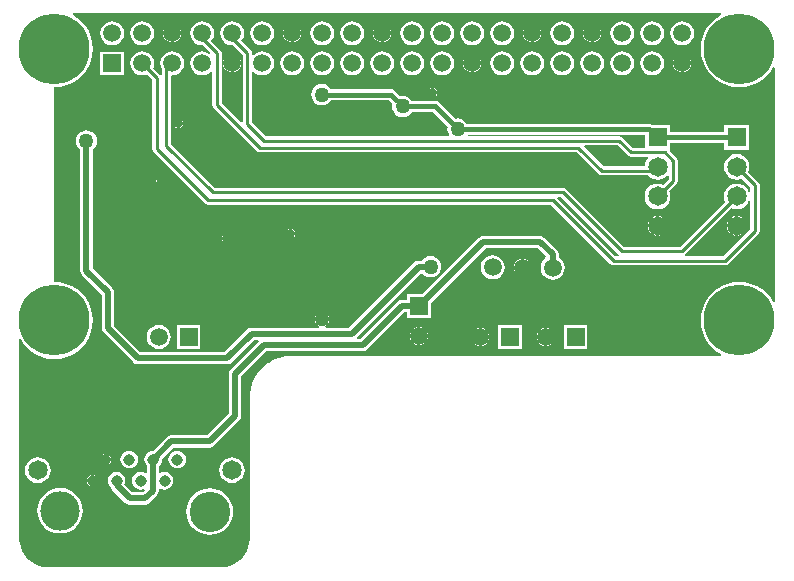
<source format=gbl>
G04*
G04 #@! TF.GenerationSoftware,Altium Limited,Altium Designer,18.1.9 (240)*
G04*
G04 Layer_Physical_Order=2*
G04 Layer_Color=16711680*
%FSAX25Y25*%
%MOIN*%
G70*
G01*
G75*
%ADD12C,0.01000*%
%ADD41C,0.02000*%
%ADD42C,0.01575*%
%ADD43R,0.05906X0.05906*%
%ADD44C,0.05906*%
%ADD45C,0.23622*%
%ADD46C,0.06496*%
%ADD47C,0.13110*%
%ADD48C,0.13504*%
%ADD49C,0.03819*%
%ADD50R,0.06496X0.06496*%
%ADD51C,0.05906*%
%ADD52C,0.05910*%
%ADD53R,0.05906X0.05906*%
%ADD54C,0.05000*%
%ADD55C,0.03150*%
G36*
X0630082Y0413824D02*
X0630223Y0413324D01*
X0628793Y0412448D01*
X0627260Y0411138D01*
X0625950Y0409605D01*
X0624896Y0407885D01*
X0624125Y0406022D01*
X0623654Y0404062D01*
X0623496Y0402051D01*
X0623654Y0400041D01*
X0624125Y0398080D01*
X0624896Y0396217D01*
X0625950Y0394498D01*
X0627260Y0392964D01*
X0628793Y0391655D01*
X0630512Y0390601D01*
X0632375Y0389829D01*
X0634336Y0389359D01*
X0636346Y0389201D01*
X0638357Y0389359D01*
X0640317Y0389829D01*
X0642180Y0390601D01*
X0643900Y0391655D01*
X0645433Y0392964D01*
X0646743Y0394498D01*
X0647619Y0395928D01*
X0648119Y0395786D01*
Y0317765D01*
X0647619Y0317624D01*
X0646743Y0319053D01*
X0645433Y0320587D01*
X0643900Y0321896D01*
X0642180Y0322950D01*
X0640317Y0323722D01*
X0638357Y0324192D01*
X0636346Y0324351D01*
X0634336Y0324192D01*
X0632375Y0323722D01*
X0630512Y0322950D01*
X0628793Y0321896D01*
X0627260Y0320587D01*
X0625950Y0319053D01*
X0624896Y0317334D01*
X0624125Y0315471D01*
X0623654Y0313510D01*
X0623496Y0311500D01*
X0623654Y0309490D01*
X0624125Y0307529D01*
X0624896Y0305666D01*
X0625950Y0303947D01*
X0627260Y0302413D01*
X0628793Y0301104D01*
X0630223Y0300227D01*
X0630082Y0299728D01*
X0487008Y0299728D01*
X0486996Y0299725D01*
X0486983Y0299727D01*
X0486211Y0299718D01*
X0486093Y0299693D01*
X0485973Y0299701D01*
X0484442Y0299499D01*
X0484316Y0299457D01*
X0484184Y0299448D01*
X0482692Y0299048D01*
X0482573Y0298990D01*
X0482443Y0298964D01*
X0481016Y0298372D01*
X0480906Y0298299D01*
X0480781Y0298256D01*
X0479443Y0297484D01*
X0479343Y0297396D01*
X0479224Y0297338D01*
X0477998Y0296397D01*
X0477911Y0296298D01*
X0477801Y0296224D01*
X0476709Y0295132D01*
X0476635Y0295022D01*
X0476536Y0294935D01*
X0475595Y0293709D01*
X0475536Y0293590D01*
X0475449Y0293491D01*
X0474677Y0292153D01*
X0474634Y0292027D01*
X0474561Y0291917D01*
X0473969Y0290490D01*
X0473944Y0290360D01*
X0473885Y0290241D01*
X0473485Y0288749D01*
X0473477Y0288617D01*
X0473434Y0288491D01*
X0473232Y0286960D01*
X0473239Y0286860D01*
X0473216Y0286763D01*
X0473191Y0285991D01*
X0473196Y0285958D01*
X0473190Y0285925D01*
Y0239075D01*
X0473190Y0238432D01*
X0473022Y0237158D01*
X0472689Y0235917D01*
X0472198Y0234729D01*
X0471555Y0233616D01*
X0470773Y0232597D01*
X0469864Y0231688D01*
X0468844Y0230906D01*
X0467731Y0230263D01*
X0466544Y0229771D01*
X0465303Y0229438D01*
X0464028Y0229271D01*
X0463386Y0229271D01*
X0405389D01*
X0404115Y0229438D01*
X0402873Y0229771D01*
X0401686Y0230263D01*
X0400573Y0230906D01*
X0399553Y0231688D01*
X0398645Y0232597D01*
X0397862Y0233616D01*
X0397220Y0234729D01*
X0396728Y0235917D01*
X0396395Y0237158D01*
X0396228Y0238432D01*
Y0239075D01*
Y0305235D01*
X0396727Y0305376D01*
X0397604Y0303947D01*
X0398913Y0302413D01*
X0400447Y0301104D01*
X0402166Y0300050D01*
X0404029Y0299278D01*
X0405990Y0298808D01*
X0408000Y0298649D01*
X0410010Y0298808D01*
X0411971Y0299278D01*
X0413834Y0300050D01*
X0415553Y0301104D01*
X0417087Y0302413D01*
X0418396Y0303947D01*
X0419450Y0305666D01*
X0420222Y0307529D01*
X0420692Y0309490D01*
X0420851Y0311500D01*
X0420692Y0313510D01*
X0420222Y0315471D01*
X0419450Y0317334D01*
X0418396Y0319053D01*
X0417087Y0320587D01*
X0415553Y0321896D01*
X0413834Y0322950D01*
X0411971Y0323722D01*
X0410010Y0324192D01*
X0408000Y0324351D01*
Y0389201D01*
X0410010Y0389359D01*
X0411971Y0389829D01*
X0413834Y0390601D01*
X0415553Y0391655D01*
X0417087Y0392964D01*
X0418396Y0394498D01*
X0419450Y0396217D01*
X0420222Y0398080D01*
X0420692Y0400041D01*
X0420851Y0402051D01*
X0420692Y0404062D01*
X0420222Y0406022D01*
X0419450Y0407885D01*
X0418396Y0409605D01*
X0417087Y0411138D01*
X0415553Y0412448D01*
X0414124Y0413324D01*
X0414265Y0413824D01*
X0630082Y0413824D01*
D02*
G37*
%LPC*%
G36*
X0587764Y0410097D02*
Y0407685D01*
X0590176D01*
X0590140Y0407956D01*
X0589843Y0408674D01*
X0589370Y0409291D01*
X0588753Y0409764D01*
X0588035Y0410062D01*
X0587764Y0410097D01*
D02*
G37*
G36*
X0586764D02*
X0586493Y0410062D01*
X0585775Y0409764D01*
X0585158Y0409291D01*
X0584685Y0408674D01*
X0584387Y0407956D01*
X0584351Y0407685D01*
X0586764D01*
Y0410097D01*
D02*
G37*
G36*
X0567764D02*
Y0407685D01*
X0570176D01*
X0570141Y0407956D01*
X0569843Y0408674D01*
X0569370Y0409291D01*
X0568753Y0409764D01*
X0568035Y0410062D01*
X0567764Y0410097D01*
D02*
G37*
G36*
X0566764D02*
X0566493Y0410062D01*
X0565775Y0409764D01*
X0565158Y0409291D01*
X0564685Y0408674D01*
X0564387Y0407956D01*
X0564351Y0407685D01*
X0566764D01*
Y0410097D01*
D02*
G37*
G36*
X0517764D02*
Y0407685D01*
X0520176D01*
X0520141Y0407956D01*
X0519843Y0408674D01*
X0519370Y0409291D01*
X0518753Y0409764D01*
X0518035Y0410062D01*
X0517764Y0410097D01*
D02*
G37*
G36*
X0516764D02*
X0516493Y0410062D01*
X0515775Y0409764D01*
X0515158Y0409291D01*
X0514685Y0408674D01*
X0514387Y0407956D01*
X0514351Y0407685D01*
X0516764D01*
Y0410097D01*
D02*
G37*
G36*
X0487764D02*
Y0407685D01*
X0490176D01*
X0490140Y0407956D01*
X0489843Y0408674D01*
X0489370Y0409291D01*
X0488753Y0409764D01*
X0488035Y0410062D01*
X0487764Y0410097D01*
D02*
G37*
G36*
X0486764D02*
X0486493Y0410062D01*
X0485775Y0409764D01*
X0485158Y0409291D01*
X0484685Y0408674D01*
X0484387Y0407956D01*
X0484351Y0407685D01*
X0486764D01*
Y0410097D01*
D02*
G37*
G36*
X0447764D02*
Y0407685D01*
X0450176D01*
X0450140Y0407956D01*
X0449843Y0408674D01*
X0449370Y0409291D01*
X0448753Y0409764D01*
X0448035Y0410062D01*
X0447764Y0410097D01*
D02*
G37*
G36*
X0446764D02*
X0446493Y0410062D01*
X0445775Y0409764D01*
X0445158Y0409291D01*
X0444685Y0408674D01*
X0444387Y0407956D01*
X0444351Y0407685D01*
X0446764D01*
Y0410097D01*
D02*
G37*
G36*
X0590176Y0406685D02*
X0587764D01*
Y0404273D01*
X0588035Y0404308D01*
X0588753Y0404606D01*
X0589370Y0405079D01*
X0589843Y0405696D01*
X0590140Y0406414D01*
X0590176Y0406685D01*
D02*
G37*
G36*
X0586764D02*
X0584351D01*
X0584387Y0406414D01*
X0584685Y0405696D01*
X0585158Y0405079D01*
X0585775Y0404606D01*
X0586493Y0404308D01*
X0586764Y0404273D01*
Y0406685D01*
D02*
G37*
G36*
X0570176D02*
X0567764D01*
Y0404273D01*
X0568035Y0404308D01*
X0568753Y0404606D01*
X0569370Y0405079D01*
X0569843Y0405696D01*
X0570141Y0406414D01*
X0570176Y0406685D01*
D02*
G37*
G36*
X0566764D02*
X0564351D01*
X0564387Y0406414D01*
X0564685Y0405696D01*
X0565158Y0405079D01*
X0565775Y0404606D01*
X0566493Y0404308D01*
X0566764Y0404273D01*
Y0406685D01*
D02*
G37*
G36*
X0520176D02*
X0517764D01*
Y0404273D01*
X0518035Y0404308D01*
X0518753Y0404606D01*
X0519370Y0405079D01*
X0519843Y0405696D01*
X0520141Y0406414D01*
X0520176Y0406685D01*
D02*
G37*
G36*
X0516764D02*
X0514351D01*
X0514387Y0406414D01*
X0514685Y0405696D01*
X0515158Y0405079D01*
X0515775Y0404606D01*
X0516493Y0404308D01*
X0516764Y0404273D01*
Y0406685D01*
D02*
G37*
G36*
X0490176D02*
X0487764D01*
Y0404273D01*
X0488035Y0404308D01*
X0488753Y0404606D01*
X0489370Y0405079D01*
X0489843Y0405696D01*
X0490140Y0406414D01*
X0490176Y0406685D01*
D02*
G37*
G36*
X0486764D02*
X0484351D01*
X0484387Y0406414D01*
X0484685Y0405696D01*
X0485158Y0405079D01*
X0485775Y0404606D01*
X0486493Y0404308D01*
X0486764Y0404273D01*
Y0406685D01*
D02*
G37*
G36*
X0450176D02*
X0447764D01*
Y0404273D01*
X0448035Y0404308D01*
X0448753Y0404606D01*
X0449370Y0405079D01*
X0449843Y0405696D01*
X0450140Y0406414D01*
X0450176Y0406685D01*
D02*
G37*
G36*
X0446764D02*
X0444351D01*
X0444387Y0406414D01*
X0444685Y0405696D01*
X0445158Y0405079D01*
X0445775Y0404606D01*
X0446493Y0404308D01*
X0446764Y0404273D01*
Y0406685D01*
D02*
G37*
G36*
X0617264Y0411172D02*
X0616232Y0411036D01*
X0615270Y0410638D01*
X0614445Y0410004D01*
X0613811Y0409178D01*
X0613413Y0408217D01*
X0613277Y0407185D01*
X0613413Y0406153D01*
X0613811Y0405192D01*
X0614445Y0404366D01*
X0615270Y0403732D01*
X0616232Y0403334D01*
X0617264Y0403198D01*
X0618296Y0403334D01*
X0619257Y0403732D01*
X0620083Y0404366D01*
X0620716Y0405192D01*
X0621115Y0406153D01*
X0621251Y0407185D01*
X0621115Y0408217D01*
X0620716Y0409178D01*
X0620083Y0410004D01*
X0619257Y0410638D01*
X0618296Y0411036D01*
X0617264Y0411172D01*
D02*
G37*
G36*
X0607264D02*
X0606232Y0411036D01*
X0605270Y0410638D01*
X0604445Y0410004D01*
X0603811Y0409178D01*
X0603413Y0408217D01*
X0603277Y0407185D01*
X0603413Y0406153D01*
X0603811Y0405192D01*
X0604445Y0404366D01*
X0605270Y0403732D01*
X0606232Y0403334D01*
X0607264Y0403198D01*
X0608296Y0403334D01*
X0609257Y0403732D01*
X0610083Y0404366D01*
X0610716Y0405192D01*
X0611115Y0406153D01*
X0611251Y0407185D01*
X0611115Y0408217D01*
X0610716Y0409178D01*
X0610083Y0410004D01*
X0609257Y0410638D01*
X0608296Y0411036D01*
X0607264Y0411172D01*
D02*
G37*
G36*
X0597264D02*
X0596232Y0411036D01*
X0595270Y0410638D01*
X0594445Y0410004D01*
X0593811Y0409178D01*
X0593413Y0408217D01*
X0593277Y0407185D01*
X0593413Y0406153D01*
X0593811Y0405192D01*
X0594445Y0404366D01*
X0595270Y0403732D01*
X0596232Y0403334D01*
X0597264Y0403198D01*
X0598296Y0403334D01*
X0599257Y0403732D01*
X0600083Y0404366D01*
X0600716Y0405192D01*
X0601115Y0406153D01*
X0601251Y0407185D01*
X0601115Y0408217D01*
X0600716Y0409178D01*
X0600083Y0410004D01*
X0599257Y0410638D01*
X0598296Y0411036D01*
X0597264Y0411172D01*
D02*
G37*
G36*
X0577264D02*
X0576232Y0411036D01*
X0575270Y0410638D01*
X0574445Y0410004D01*
X0573811Y0409178D01*
X0573413Y0408217D01*
X0573277Y0407185D01*
X0573413Y0406153D01*
X0573811Y0405192D01*
X0574445Y0404366D01*
X0575270Y0403732D01*
X0576232Y0403334D01*
X0577264Y0403198D01*
X0578296Y0403334D01*
X0579257Y0403732D01*
X0580083Y0404366D01*
X0580717Y0405192D01*
X0581115Y0406153D01*
X0581251Y0407185D01*
X0581115Y0408217D01*
X0580717Y0409178D01*
X0580083Y0410004D01*
X0579257Y0410638D01*
X0578296Y0411036D01*
X0577264Y0411172D01*
D02*
G37*
G36*
X0557264D02*
X0556232Y0411036D01*
X0555270Y0410638D01*
X0554445Y0410004D01*
X0553811Y0409178D01*
X0553413Y0408217D01*
X0553277Y0407185D01*
X0553413Y0406153D01*
X0553811Y0405192D01*
X0554445Y0404366D01*
X0555270Y0403732D01*
X0556232Y0403334D01*
X0557264Y0403198D01*
X0558296Y0403334D01*
X0559257Y0403732D01*
X0560083Y0404366D01*
X0560716Y0405192D01*
X0561115Y0406153D01*
X0561251Y0407185D01*
X0561115Y0408217D01*
X0560716Y0409178D01*
X0560083Y0410004D01*
X0559257Y0410638D01*
X0558296Y0411036D01*
X0557264Y0411172D01*
D02*
G37*
G36*
X0547264D02*
X0546232Y0411036D01*
X0545270Y0410638D01*
X0544445Y0410004D01*
X0543811Y0409178D01*
X0543413Y0408217D01*
X0543277Y0407185D01*
X0543413Y0406153D01*
X0543811Y0405192D01*
X0544445Y0404366D01*
X0545270Y0403732D01*
X0546232Y0403334D01*
X0547264Y0403198D01*
X0548296Y0403334D01*
X0549257Y0403732D01*
X0550083Y0404366D01*
X0550716Y0405192D01*
X0551115Y0406153D01*
X0551251Y0407185D01*
X0551115Y0408217D01*
X0550716Y0409178D01*
X0550083Y0410004D01*
X0549257Y0410638D01*
X0548296Y0411036D01*
X0547264Y0411172D01*
D02*
G37*
G36*
X0537264D02*
X0536232Y0411036D01*
X0535270Y0410638D01*
X0534445Y0410004D01*
X0533811Y0409178D01*
X0533413Y0408217D01*
X0533277Y0407185D01*
X0533413Y0406153D01*
X0533811Y0405192D01*
X0534445Y0404366D01*
X0535270Y0403732D01*
X0536232Y0403334D01*
X0537264Y0403198D01*
X0538296Y0403334D01*
X0539257Y0403732D01*
X0540083Y0404366D01*
X0540717Y0405192D01*
X0541115Y0406153D01*
X0541251Y0407185D01*
X0541115Y0408217D01*
X0540717Y0409178D01*
X0540083Y0410004D01*
X0539257Y0410638D01*
X0538296Y0411036D01*
X0537264Y0411172D01*
D02*
G37*
G36*
X0527264D02*
X0526232Y0411036D01*
X0525270Y0410638D01*
X0524445Y0410004D01*
X0523811Y0409178D01*
X0523413Y0408217D01*
X0523277Y0407185D01*
X0523413Y0406153D01*
X0523811Y0405192D01*
X0524445Y0404366D01*
X0525270Y0403732D01*
X0526232Y0403334D01*
X0527264Y0403198D01*
X0528296Y0403334D01*
X0529257Y0403732D01*
X0530083Y0404366D01*
X0530717Y0405192D01*
X0531115Y0406153D01*
X0531251Y0407185D01*
X0531115Y0408217D01*
X0530717Y0409178D01*
X0530083Y0410004D01*
X0529257Y0410638D01*
X0528296Y0411036D01*
X0527264Y0411172D01*
D02*
G37*
G36*
X0507264D02*
X0506232Y0411036D01*
X0505270Y0410638D01*
X0504445Y0410004D01*
X0503811Y0409178D01*
X0503413Y0408217D01*
X0503277Y0407185D01*
X0503413Y0406153D01*
X0503811Y0405192D01*
X0504445Y0404366D01*
X0505270Y0403732D01*
X0506232Y0403334D01*
X0507264Y0403198D01*
X0508296Y0403334D01*
X0509257Y0403732D01*
X0510083Y0404366D01*
X0510716Y0405192D01*
X0511115Y0406153D01*
X0511251Y0407185D01*
X0511115Y0408217D01*
X0510716Y0409178D01*
X0510083Y0410004D01*
X0509257Y0410638D01*
X0508296Y0411036D01*
X0507264Y0411172D01*
D02*
G37*
G36*
X0497264D02*
X0496232Y0411036D01*
X0495270Y0410638D01*
X0494445Y0410004D01*
X0493811Y0409178D01*
X0493413Y0408217D01*
X0493277Y0407185D01*
X0493413Y0406153D01*
X0493811Y0405192D01*
X0494445Y0404366D01*
X0495270Y0403732D01*
X0496232Y0403334D01*
X0497264Y0403198D01*
X0498296Y0403334D01*
X0499257Y0403732D01*
X0500083Y0404366D01*
X0500716Y0405192D01*
X0501115Y0406153D01*
X0501251Y0407185D01*
X0501115Y0408217D01*
X0500716Y0409178D01*
X0500083Y0410004D01*
X0499257Y0410638D01*
X0498296Y0411036D01*
X0497264Y0411172D01*
D02*
G37*
G36*
X0477264D02*
X0476232Y0411036D01*
X0475270Y0410638D01*
X0474445Y0410004D01*
X0473811Y0409178D01*
X0473413Y0408217D01*
X0473277Y0407185D01*
X0473413Y0406153D01*
X0473811Y0405192D01*
X0474445Y0404366D01*
X0475270Y0403732D01*
X0476232Y0403334D01*
X0477264Y0403198D01*
X0478296Y0403334D01*
X0479257Y0403732D01*
X0480083Y0404366D01*
X0480717Y0405192D01*
X0481115Y0406153D01*
X0481251Y0407185D01*
X0481115Y0408217D01*
X0480717Y0409178D01*
X0480083Y0410004D01*
X0479257Y0410638D01*
X0478296Y0411036D01*
X0477264Y0411172D01*
D02*
G37*
G36*
X0437264D02*
X0436232Y0411036D01*
X0435270Y0410638D01*
X0434445Y0410004D01*
X0433811Y0409178D01*
X0433413Y0408217D01*
X0433277Y0407185D01*
X0433413Y0406153D01*
X0433811Y0405192D01*
X0434445Y0404366D01*
X0435270Y0403732D01*
X0436232Y0403334D01*
X0437264Y0403198D01*
X0438296Y0403334D01*
X0439257Y0403732D01*
X0440083Y0404366D01*
X0440717Y0405192D01*
X0441115Y0406153D01*
X0441251Y0407185D01*
X0441115Y0408217D01*
X0440717Y0409178D01*
X0440083Y0410004D01*
X0439257Y0410638D01*
X0438296Y0411036D01*
X0437264Y0411172D01*
D02*
G37*
G36*
X0427264D02*
X0426232Y0411036D01*
X0425270Y0410638D01*
X0424445Y0410004D01*
X0423811Y0409178D01*
X0423413Y0408217D01*
X0423277Y0407185D01*
X0423413Y0406153D01*
X0423811Y0405192D01*
X0424445Y0404366D01*
X0425270Y0403732D01*
X0426232Y0403334D01*
X0427264Y0403198D01*
X0428296Y0403334D01*
X0429257Y0403732D01*
X0430083Y0404366D01*
X0430717Y0405192D01*
X0431115Y0406153D01*
X0431251Y0407185D01*
X0431115Y0408217D01*
X0430717Y0409178D01*
X0430083Y0410004D01*
X0429257Y0410638D01*
X0428296Y0411036D01*
X0427264Y0411172D01*
D02*
G37*
G36*
X0617764Y0400097D02*
Y0397685D01*
X0620176D01*
X0620141Y0397956D01*
X0619843Y0398674D01*
X0619370Y0399291D01*
X0618753Y0399764D01*
X0618035Y0400062D01*
X0617764Y0400097D01*
D02*
G37*
G36*
X0616764D02*
X0616493Y0400062D01*
X0615775Y0399764D01*
X0615158Y0399291D01*
X0614685Y0398674D01*
X0614387Y0397956D01*
X0614351Y0397685D01*
X0616764D01*
Y0400097D01*
D02*
G37*
G36*
X0547764D02*
Y0397685D01*
X0550176D01*
X0550140Y0397956D01*
X0549843Y0398674D01*
X0549370Y0399291D01*
X0548753Y0399764D01*
X0548035Y0400062D01*
X0547764Y0400097D01*
D02*
G37*
G36*
X0546764D02*
X0546493Y0400062D01*
X0545775Y0399764D01*
X0545158Y0399291D01*
X0544685Y0398674D01*
X0544387Y0397956D01*
X0544351Y0397685D01*
X0546764D01*
Y0400097D01*
D02*
G37*
G36*
X0467764D02*
Y0397685D01*
X0470176D01*
X0470141Y0397956D01*
X0469843Y0398674D01*
X0469370Y0399291D01*
X0468753Y0399764D01*
X0468035Y0400062D01*
X0467764Y0400097D01*
D02*
G37*
G36*
X0466764D02*
X0466493Y0400062D01*
X0465775Y0399764D01*
X0465158Y0399291D01*
X0464685Y0398674D01*
X0464387Y0397956D01*
X0464351Y0397685D01*
X0466764D01*
Y0400097D01*
D02*
G37*
G36*
X0620176Y0396685D02*
X0617764D01*
Y0394273D01*
X0618035Y0394308D01*
X0618753Y0394606D01*
X0619370Y0395079D01*
X0619843Y0395696D01*
X0620141Y0396414D01*
X0620176Y0396685D01*
D02*
G37*
G36*
X0616764D02*
X0614351D01*
X0614387Y0396414D01*
X0614685Y0395696D01*
X0615158Y0395079D01*
X0615775Y0394606D01*
X0616493Y0394308D01*
X0616764Y0394273D01*
Y0396685D01*
D02*
G37*
G36*
X0550176D02*
X0547764D01*
Y0394273D01*
X0548035Y0394308D01*
X0548753Y0394606D01*
X0549370Y0395079D01*
X0549843Y0395696D01*
X0550140Y0396414D01*
X0550176Y0396685D01*
D02*
G37*
G36*
X0546764D02*
X0544351D01*
X0544387Y0396414D01*
X0544685Y0395696D01*
X0545158Y0395079D01*
X0545775Y0394606D01*
X0546493Y0394308D01*
X0546764Y0394273D01*
Y0396685D01*
D02*
G37*
G36*
X0470176D02*
X0467764D01*
Y0394273D01*
X0468035Y0394308D01*
X0468753Y0394606D01*
X0469370Y0395079D01*
X0469843Y0395696D01*
X0470141Y0396414D01*
X0470176Y0396685D01*
D02*
G37*
G36*
X0466764D02*
X0464351D01*
X0464387Y0396414D01*
X0464685Y0395696D01*
X0465158Y0395079D01*
X0465775Y0394606D01*
X0466493Y0394308D01*
X0466764Y0394273D01*
Y0396685D01*
D02*
G37*
G36*
X0447264Y0401172D02*
X0446232Y0401036D01*
X0445270Y0400638D01*
X0444445Y0400004D01*
X0443811Y0399179D01*
X0443413Y0398217D01*
X0443277Y0397185D01*
X0443413Y0396153D01*
X0443811Y0395192D01*
X0443845Y0395148D01*
Y0393402D01*
X0443345Y0393251D01*
X0443312Y0393300D01*
X0440923Y0395689D01*
X0441115Y0396153D01*
X0441251Y0397185D01*
X0441115Y0398217D01*
X0440717Y0399179D01*
X0440083Y0400004D01*
X0439257Y0400638D01*
X0438296Y0401036D01*
X0437264Y0401172D01*
X0436232Y0401036D01*
X0435270Y0400638D01*
X0434445Y0400004D01*
X0433811Y0399179D01*
X0433413Y0398217D01*
X0433277Y0397185D01*
X0433413Y0396153D01*
X0433811Y0395192D01*
X0434445Y0394366D01*
X0435270Y0393732D01*
X0436232Y0393334D01*
X0437264Y0393198D01*
X0438296Y0393334D01*
X0438760Y0393526D01*
X0440701Y0391585D01*
Y0368597D01*
X0440817Y0368011D01*
X0441149Y0367515D01*
X0458072Y0350592D01*
X0458568Y0350260D01*
X0459154Y0350144D01*
X0573481D01*
X0593308Y0330316D01*
X0593805Y0329985D01*
X0594390Y0329868D01*
X0631595D01*
X0632180Y0329985D01*
X0632676Y0330316D01*
X0642617Y0340257D01*
X0642948Y0340753D01*
X0643065Y0341339D01*
Y0356594D01*
X0642948Y0357180D01*
X0642617Y0357676D01*
X0639318Y0360975D01*
X0639572Y0361588D01*
X0639718Y0362697D01*
X0639572Y0363806D01*
X0639144Y0364839D01*
X0638463Y0365727D01*
X0637575Y0366407D01*
X0636542Y0366835D01*
X0635433Y0366982D01*
X0634324Y0366835D01*
X0633291Y0366407D01*
X0632403Y0365727D01*
X0631722Y0364839D01*
X0631294Y0363806D01*
X0631148Y0362697D01*
X0631294Y0361588D01*
X0631722Y0360555D01*
X0632403Y0359667D01*
X0633291Y0358986D01*
X0634324Y0358558D01*
X0635433Y0358412D01*
X0636542Y0358558D01*
X0637155Y0358812D01*
X0640006Y0355961D01*
Y0354221D01*
X0639506Y0354122D01*
X0639144Y0354997D01*
X0638463Y0355884D01*
X0637575Y0356565D01*
X0636542Y0356993D01*
X0635433Y0357139D01*
X0634324Y0356993D01*
X0633291Y0356565D01*
X0632403Y0355884D01*
X0631722Y0354997D01*
X0631294Y0353963D01*
X0631148Y0352854D01*
X0631294Y0351745D01*
X0631548Y0351132D01*
X0616493Y0336077D01*
X0597897D01*
X0578605Y0355369D01*
X0578109Y0355700D01*
X0577524Y0355817D01*
X0461417D01*
X0446903Y0370330D01*
Y0392882D01*
X0447264Y0393198D01*
X0448296Y0393334D01*
X0449257Y0393732D01*
X0450083Y0394366D01*
X0450716Y0395192D01*
X0451115Y0396153D01*
X0451251Y0397185D01*
X0451115Y0398217D01*
X0450716Y0399179D01*
X0450083Y0400004D01*
X0449257Y0400638D01*
X0448296Y0401036D01*
X0447264Y0401172D01*
D02*
G37*
G36*
X0431216Y0401138D02*
X0423311D01*
Y0393232D01*
X0431216D01*
Y0401138D01*
D02*
G37*
G36*
X0607264Y0401172D02*
X0606232Y0401036D01*
X0605270Y0400638D01*
X0604445Y0400004D01*
X0603811Y0399179D01*
X0603413Y0398217D01*
X0603277Y0397185D01*
X0603413Y0396153D01*
X0603811Y0395192D01*
X0604445Y0394366D01*
X0605270Y0393732D01*
X0606232Y0393334D01*
X0607264Y0393198D01*
X0608296Y0393334D01*
X0609257Y0393732D01*
X0610083Y0394366D01*
X0610716Y0395192D01*
X0611115Y0396153D01*
X0611251Y0397185D01*
X0611115Y0398217D01*
X0610716Y0399179D01*
X0610083Y0400004D01*
X0609257Y0400638D01*
X0608296Y0401036D01*
X0607264Y0401172D01*
D02*
G37*
G36*
X0597264D02*
X0596232Y0401036D01*
X0595270Y0400638D01*
X0594445Y0400004D01*
X0593811Y0399179D01*
X0593413Y0398217D01*
X0593277Y0397185D01*
X0593413Y0396153D01*
X0593811Y0395192D01*
X0594445Y0394366D01*
X0595270Y0393732D01*
X0596232Y0393334D01*
X0597264Y0393198D01*
X0598296Y0393334D01*
X0599257Y0393732D01*
X0600083Y0394366D01*
X0600716Y0395192D01*
X0601115Y0396153D01*
X0601251Y0397185D01*
X0601115Y0398217D01*
X0600716Y0399179D01*
X0600083Y0400004D01*
X0599257Y0400638D01*
X0598296Y0401036D01*
X0597264Y0401172D01*
D02*
G37*
G36*
X0587264D02*
X0586232Y0401036D01*
X0585270Y0400638D01*
X0584445Y0400004D01*
X0583811Y0399179D01*
X0583413Y0398217D01*
X0583277Y0397185D01*
X0583413Y0396153D01*
X0583811Y0395192D01*
X0584445Y0394366D01*
X0585270Y0393732D01*
X0586232Y0393334D01*
X0587264Y0393198D01*
X0588296Y0393334D01*
X0589257Y0393732D01*
X0590083Y0394366D01*
X0590717Y0395192D01*
X0591115Y0396153D01*
X0591251Y0397185D01*
X0591115Y0398217D01*
X0590717Y0399179D01*
X0590083Y0400004D01*
X0589257Y0400638D01*
X0588296Y0401036D01*
X0587264Y0401172D01*
D02*
G37*
G36*
X0577264D02*
X0576232Y0401036D01*
X0575270Y0400638D01*
X0574445Y0400004D01*
X0573811Y0399179D01*
X0573413Y0398217D01*
X0573277Y0397185D01*
X0573413Y0396153D01*
X0573811Y0395192D01*
X0574445Y0394366D01*
X0575270Y0393732D01*
X0576232Y0393334D01*
X0577264Y0393198D01*
X0578296Y0393334D01*
X0579257Y0393732D01*
X0580083Y0394366D01*
X0580717Y0395192D01*
X0581115Y0396153D01*
X0581251Y0397185D01*
X0581115Y0398217D01*
X0580717Y0399179D01*
X0580083Y0400004D01*
X0579257Y0400638D01*
X0578296Y0401036D01*
X0577264Y0401172D01*
D02*
G37*
G36*
X0567264D02*
X0566232Y0401036D01*
X0565270Y0400638D01*
X0564445Y0400004D01*
X0563811Y0399179D01*
X0563413Y0398217D01*
X0563277Y0397185D01*
X0563413Y0396153D01*
X0563811Y0395192D01*
X0564445Y0394366D01*
X0565270Y0393732D01*
X0566232Y0393334D01*
X0567264Y0393198D01*
X0568296Y0393334D01*
X0569257Y0393732D01*
X0570083Y0394366D01*
X0570716Y0395192D01*
X0571115Y0396153D01*
X0571251Y0397185D01*
X0571115Y0398217D01*
X0570716Y0399179D01*
X0570083Y0400004D01*
X0569257Y0400638D01*
X0568296Y0401036D01*
X0567264Y0401172D01*
D02*
G37*
G36*
X0557264D02*
X0556232Y0401036D01*
X0555270Y0400638D01*
X0554445Y0400004D01*
X0553811Y0399179D01*
X0553413Y0398217D01*
X0553277Y0397185D01*
X0553413Y0396153D01*
X0553811Y0395192D01*
X0554445Y0394366D01*
X0555270Y0393732D01*
X0556232Y0393334D01*
X0557264Y0393198D01*
X0558296Y0393334D01*
X0559257Y0393732D01*
X0560083Y0394366D01*
X0560716Y0395192D01*
X0561115Y0396153D01*
X0561251Y0397185D01*
X0561115Y0398217D01*
X0560716Y0399179D01*
X0560083Y0400004D01*
X0559257Y0400638D01*
X0558296Y0401036D01*
X0557264Y0401172D01*
D02*
G37*
G36*
X0537264D02*
X0536232Y0401036D01*
X0535270Y0400638D01*
X0534445Y0400004D01*
X0533811Y0399179D01*
X0533413Y0398217D01*
X0533277Y0397185D01*
X0533413Y0396153D01*
X0533811Y0395192D01*
X0534445Y0394366D01*
X0535270Y0393732D01*
X0536232Y0393334D01*
X0537264Y0393198D01*
X0538296Y0393334D01*
X0539257Y0393732D01*
X0540083Y0394366D01*
X0540717Y0395192D01*
X0541115Y0396153D01*
X0541251Y0397185D01*
X0541115Y0398217D01*
X0540717Y0399179D01*
X0540083Y0400004D01*
X0539257Y0400638D01*
X0538296Y0401036D01*
X0537264Y0401172D01*
D02*
G37*
G36*
X0527264D02*
X0526232Y0401036D01*
X0525270Y0400638D01*
X0524445Y0400004D01*
X0523811Y0399179D01*
X0523413Y0398217D01*
X0523277Y0397185D01*
X0523413Y0396153D01*
X0523811Y0395192D01*
X0524445Y0394366D01*
X0525270Y0393732D01*
X0526232Y0393334D01*
X0527264Y0393198D01*
X0528296Y0393334D01*
X0529257Y0393732D01*
X0530083Y0394366D01*
X0530717Y0395192D01*
X0531115Y0396153D01*
X0531251Y0397185D01*
X0531115Y0398217D01*
X0530717Y0399179D01*
X0530083Y0400004D01*
X0529257Y0400638D01*
X0528296Y0401036D01*
X0527264Y0401172D01*
D02*
G37*
G36*
X0517264D02*
X0516232Y0401036D01*
X0515270Y0400638D01*
X0514445Y0400004D01*
X0513811Y0399179D01*
X0513413Y0398217D01*
X0513277Y0397185D01*
X0513413Y0396153D01*
X0513811Y0395192D01*
X0514445Y0394366D01*
X0515270Y0393732D01*
X0516232Y0393334D01*
X0517264Y0393198D01*
X0518296Y0393334D01*
X0519257Y0393732D01*
X0520083Y0394366D01*
X0520716Y0395192D01*
X0521115Y0396153D01*
X0521251Y0397185D01*
X0521115Y0398217D01*
X0520716Y0399179D01*
X0520083Y0400004D01*
X0519257Y0400638D01*
X0518296Y0401036D01*
X0517264Y0401172D01*
D02*
G37*
G36*
X0507264D02*
X0506232Y0401036D01*
X0505270Y0400638D01*
X0504445Y0400004D01*
X0503811Y0399179D01*
X0503413Y0398217D01*
X0503277Y0397185D01*
X0503413Y0396153D01*
X0503811Y0395192D01*
X0504445Y0394366D01*
X0505270Y0393732D01*
X0506232Y0393334D01*
X0507264Y0393198D01*
X0508296Y0393334D01*
X0509257Y0393732D01*
X0510083Y0394366D01*
X0510716Y0395192D01*
X0511115Y0396153D01*
X0511251Y0397185D01*
X0511115Y0398217D01*
X0510716Y0399179D01*
X0510083Y0400004D01*
X0509257Y0400638D01*
X0508296Y0401036D01*
X0507264Y0401172D01*
D02*
G37*
G36*
X0497264D02*
X0496232Y0401036D01*
X0495270Y0400638D01*
X0494445Y0400004D01*
X0493811Y0399179D01*
X0493413Y0398217D01*
X0493277Y0397185D01*
X0493413Y0396153D01*
X0493811Y0395192D01*
X0494445Y0394366D01*
X0495270Y0393732D01*
X0496232Y0393334D01*
X0497264Y0393198D01*
X0498296Y0393334D01*
X0499257Y0393732D01*
X0500083Y0394366D01*
X0500716Y0395192D01*
X0501115Y0396153D01*
X0501251Y0397185D01*
X0501115Y0398217D01*
X0500716Y0399179D01*
X0500083Y0400004D01*
X0499257Y0400638D01*
X0498296Y0401036D01*
X0497264Y0401172D01*
D02*
G37*
G36*
X0487264D02*
X0486232Y0401036D01*
X0485270Y0400638D01*
X0484445Y0400004D01*
X0483811Y0399179D01*
X0483413Y0398217D01*
X0483277Y0397185D01*
X0483413Y0396153D01*
X0483811Y0395192D01*
X0484445Y0394366D01*
X0485270Y0393732D01*
X0486232Y0393334D01*
X0487264Y0393198D01*
X0488296Y0393334D01*
X0489257Y0393732D01*
X0490083Y0394366D01*
X0490717Y0395192D01*
X0491115Y0396153D01*
X0491251Y0397185D01*
X0491115Y0398217D01*
X0490717Y0399179D01*
X0490083Y0400004D01*
X0489257Y0400638D01*
X0488296Y0401036D01*
X0487264Y0401172D01*
D02*
G37*
G36*
X0534457Y0388908D02*
Y0387902D01*
X0535463D01*
X0535440Y0388016D01*
X0535092Y0388537D01*
X0534571Y0388885D01*
X0534457Y0388908D01*
D02*
G37*
G36*
X0533457D02*
X0533342Y0388885D01*
X0532821Y0388537D01*
X0532473Y0388016D01*
X0532450Y0387902D01*
X0533457D01*
Y0388908D01*
D02*
G37*
G36*
X0535463Y0386902D02*
X0534457D01*
Y0385895D01*
X0534571Y0385918D01*
X0535092Y0386266D01*
X0535440Y0386787D01*
X0535463Y0386902D01*
D02*
G37*
G36*
X0533457D02*
X0532450D01*
X0532473Y0386787D01*
X0532821Y0386266D01*
X0533342Y0385918D01*
X0533457Y0385895D01*
Y0386902D01*
D02*
G37*
G36*
X0449811Y0378672D02*
Y0377665D01*
X0450817D01*
X0450794Y0377780D01*
X0450446Y0378301D01*
X0449926Y0378649D01*
X0449811Y0378672D01*
D02*
G37*
G36*
X0448811D02*
X0448697Y0378649D01*
X0448176Y0378301D01*
X0447828Y0377780D01*
X0447805Y0377665D01*
X0448811D01*
Y0378672D01*
D02*
G37*
G36*
X0467264Y0411172D02*
X0466232Y0411036D01*
X0465270Y0410638D01*
X0464445Y0410004D01*
X0463811Y0409178D01*
X0463413Y0408217D01*
X0463277Y0407185D01*
X0463413Y0406153D01*
X0463811Y0405192D01*
X0464445Y0404366D01*
X0465270Y0403732D01*
X0466232Y0403334D01*
X0467264Y0403198D01*
X0467536Y0403234D01*
X0470813Y0399957D01*
Y0377574D01*
X0470351Y0377383D01*
X0463734Y0384000D01*
Y0400630D01*
X0463618Y0401215D01*
X0463286Y0401711D01*
X0460321Y0404676D01*
X0460716Y0405192D01*
X0461115Y0406153D01*
X0461251Y0407185D01*
X0461115Y0408217D01*
X0460716Y0409178D01*
X0460083Y0410004D01*
X0459257Y0410638D01*
X0458296Y0411036D01*
X0457264Y0411172D01*
X0456232Y0411036D01*
X0455270Y0410638D01*
X0454445Y0410004D01*
X0453811Y0409178D01*
X0453413Y0408217D01*
X0453277Y0407185D01*
X0453413Y0406153D01*
X0453811Y0405192D01*
X0454445Y0404366D01*
X0455270Y0403732D01*
X0456232Y0403334D01*
X0457264Y0403198D01*
X0457449Y0403223D01*
X0459886Y0400785D01*
X0459556Y0400409D01*
X0459257Y0400638D01*
X0458296Y0401036D01*
X0457264Y0401172D01*
X0456232Y0401036D01*
X0455270Y0400638D01*
X0454445Y0400004D01*
X0453811Y0399179D01*
X0453413Y0398217D01*
X0453277Y0397185D01*
X0453413Y0396153D01*
X0453811Y0395192D01*
X0454445Y0394366D01*
X0455270Y0393732D01*
X0456232Y0393334D01*
X0457264Y0393198D01*
X0458296Y0393334D01*
X0459257Y0393732D01*
X0460083Y0394366D01*
X0460202Y0394521D01*
X0460675Y0394360D01*
Y0383366D01*
X0460792Y0382781D01*
X0461123Y0382285D01*
X0475395Y0368013D01*
X0475891Y0367682D01*
X0476476Y0367565D01*
X0582083D01*
X0589371Y0360277D01*
X0589867Y0359945D01*
X0590453Y0359829D01*
X0605901D01*
X0606025Y0359667D01*
X0606913Y0358986D01*
X0607946Y0358558D01*
X0609055Y0358412D01*
X0610164Y0358558D01*
X0611198Y0358986D01*
X0612085Y0359667D01*
X0612269Y0359907D01*
X0612742Y0359746D01*
Y0358704D01*
X0610777Y0356739D01*
X0610164Y0356993D01*
X0609055Y0357139D01*
X0607946Y0356993D01*
X0606913Y0356565D01*
X0606025Y0355884D01*
X0605344Y0354997D01*
X0604916Y0353963D01*
X0604770Y0352854D01*
X0604916Y0351745D01*
X0605344Y0350712D01*
X0606025Y0349825D01*
X0606913Y0349144D01*
X0607946Y0348716D01*
X0609055Y0348570D01*
X0610164Y0348716D01*
X0611198Y0349144D01*
X0612085Y0349825D01*
X0612766Y0350712D01*
X0613194Y0351745D01*
X0613340Y0352854D01*
X0613194Y0353963D01*
X0612940Y0354576D01*
X0615353Y0356989D01*
X0615685Y0357486D01*
X0615801Y0358071D01*
Y0364764D01*
X0615685Y0365349D01*
X0615353Y0365845D01*
X0613187Y0368011D01*
X0613303Y0368291D01*
X0613303D01*
Y0370717D01*
X0631185D01*
Y0368291D01*
X0639681D01*
Y0376787D01*
X0631185D01*
Y0374362D01*
X0613303D01*
Y0376787D01*
X0607283D01*
X0606997Y0376979D01*
X0606299Y0377118D01*
X0606299Y0377118D01*
X0545533D01*
X0545016Y0377792D01*
X0544285Y0378352D01*
X0543433Y0378705D01*
X0542520Y0378825D01*
X0541678Y0378715D01*
X0536230Y0384163D01*
X0535638Y0384558D01*
X0534941Y0384697D01*
X0534941Y0384696D01*
X0527127D01*
X0526610Y0385370D01*
X0525879Y0385931D01*
X0525028Y0386284D01*
X0524114Y0386404D01*
X0523272Y0386293D01*
X0521466Y0388100D01*
X0520875Y0388495D01*
X0520177Y0388633D01*
X0520177Y0388633D01*
X0500159D01*
X0499642Y0389307D01*
X0498911Y0389868D01*
X0498059Y0390221D01*
X0497146Y0390341D01*
X0496232Y0390221D01*
X0495381Y0389868D01*
X0494649Y0389307D01*
X0494088Y0388576D01*
X0493736Y0387725D01*
X0493615Y0386811D01*
X0493736Y0385897D01*
X0494088Y0385046D01*
X0494649Y0384315D01*
X0495381Y0383754D01*
X0496232Y0383401D01*
X0497146Y0383281D01*
X0498059Y0383401D01*
X0498911Y0383754D01*
X0499642Y0384315D01*
X0500159Y0384989D01*
X0519422D01*
X0520695Y0383716D01*
X0520584Y0382874D01*
X0520704Y0381960D01*
X0521057Y0381109D01*
X0521618Y0380378D01*
X0522349Y0379817D01*
X0523201Y0379464D01*
X0524114Y0379344D01*
X0525028Y0379464D01*
X0525879Y0379817D01*
X0526610Y0380378D01*
X0527127Y0381052D01*
X0534186D01*
X0539100Y0376137D01*
X0538989Y0375295D01*
X0539110Y0374382D01*
X0539462Y0373530D01*
X0539660Y0373273D01*
X0539439Y0372825D01*
X0478551D01*
X0473872Y0377504D01*
Y0394335D01*
X0474345Y0394495D01*
X0474445Y0394366D01*
X0475270Y0393732D01*
X0476232Y0393334D01*
X0477264Y0393198D01*
X0478296Y0393334D01*
X0479257Y0393732D01*
X0480083Y0394366D01*
X0480717Y0395192D01*
X0481115Y0396153D01*
X0481251Y0397185D01*
X0481115Y0398217D01*
X0480717Y0399179D01*
X0480083Y0400004D01*
X0479257Y0400638D01*
X0478296Y0401036D01*
X0477264Y0401172D01*
X0476232Y0401036D01*
X0475270Y0400638D01*
X0474445Y0400004D01*
X0474345Y0399875D01*
X0473872Y0400035D01*
Y0400591D01*
X0473756Y0401176D01*
X0473424Y0401672D01*
X0470364Y0404732D01*
X0470716Y0405192D01*
X0471115Y0406153D01*
X0471251Y0407185D01*
X0471115Y0408217D01*
X0470716Y0409178D01*
X0470083Y0410004D01*
X0469257Y0410638D01*
X0468296Y0411036D01*
X0467264Y0411172D01*
D02*
G37*
G36*
X0450817Y0376665D02*
X0449811D01*
Y0375659D01*
X0449926Y0375682D01*
X0450446Y0376030D01*
X0450794Y0376551D01*
X0450817Y0376665D01*
D02*
G37*
G36*
X0448811D02*
X0447805D01*
X0447828Y0376551D01*
X0448176Y0376030D01*
X0448697Y0375682D01*
X0448811Y0375659D01*
Y0376665D01*
D02*
G37*
G36*
X0444004Y0360168D02*
Y0359161D01*
X0445010D01*
X0444987Y0359276D01*
X0444639Y0359797D01*
X0444118Y0360145D01*
X0444004Y0360168D01*
D02*
G37*
G36*
X0443004D02*
X0442889Y0360145D01*
X0442369Y0359797D01*
X0442021Y0359276D01*
X0441998Y0359161D01*
X0443004D01*
Y0360168D01*
D02*
G37*
G36*
X0445010Y0358161D02*
X0444004D01*
Y0357155D01*
X0444118Y0357178D01*
X0444639Y0357526D01*
X0444987Y0358047D01*
X0445010Y0358161D01*
D02*
G37*
G36*
X0443004D02*
X0441998D01*
X0442021Y0358047D01*
X0442369Y0357526D01*
X0442889Y0357178D01*
X0443004Y0357155D01*
Y0358161D01*
D02*
G37*
G36*
X0609555Y0346222D02*
Y0343512D01*
X0612265D01*
X0612219Y0343860D01*
X0611892Y0344650D01*
X0611372Y0345328D01*
X0610693Y0345849D01*
X0609903Y0346176D01*
X0609555Y0346222D01*
D02*
G37*
G36*
X0608555D02*
X0608207Y0346176D01*
X0607417Y0345849D01*
X0606739Y0345328D01*
X0606218Y0344650D01*
X0605891Y0343860D01*
X0605845Y0343512D01*
X0608555D01*
Y0346222D01*
D02*
G37*
G36*
X0487213Y0341939D02*
Y0340933D01*
X0488219D01*
X0488196Y0341048D01*
X0487848Y0341568D01*
X0487327Y0341916D01*
X0487213Y0341939D01*
D02*
G37*
G36*
X0486213D02*
X0486098Y0341916D01*
X0485577Y0341568D01*
X0485229Y0341048D01*
X0485206Y0340933D01*
X0486213D01*
Y0341939D01*
D02*
G37*
G36*
X0612265Y0342512D02*
X0609555D01*
Y0339802D01*
X0609903Y0339847D01*
X0610693Y0340175D01*
X0611372Y0340695D01*
X0611892Y0341374D01*
X0612219Y0342164D01*
X0612265Y0342512D01*
D02*
G37*
G36*
X0608555D02*
X0605845D01*
X0605891Y0342164D01*
X0606218Y0341374D01*
X0606739Y0340695D01*
X0607417Y0340175D01*
X0608207Y0339847D01*
X0608555Y0339802D01*
Y0342512D01*
D02*
G37*
G36*
X0463197Y0340483D02*
Y0339476D01*
X0464203D01*
X0464180Y0339591D01*
X0463832Y0340112D01*
X0463311Y0340460D01*
X0463197Y0340483D01*
D02*
G37*
G36*
X0462197D02*
X0462082Y0340460D01*
X0461561Y0340112D01*
X0461213Y0339591D01*
X0461191Y0339476D01*
X0462197D01*
Y0340483D01*
D02*
G37*
G36*
X0488219Y0339933D02*
X0487213D01*
Y0338927D01*
X0487327Y0338950D01*
X0487848Y0339298D01*
X0488196Y0339819D01*
X0488219Y0339933D01*
D02*
G37*
G36*
X0486213D02*
X0485206D01*
X0485229Y0339819D01*
X0485577Y0339298D01*
X0486098Y0338950D01*
X0486213Y0338927D01*
Y0339933D01*
D02*
G37*
G36*
X0464203Y0338476D02*
X0463197D01*
Y0337470D01*
X0463311Y0337493D01*
X0463832Y0337841D01*
X0464180Y0338362D01*
X0464203Y0338476D01*
D02*
G37*
G36*
X0462197D02*
X0461191D01*
X0461213Y0338362D01*
X0461561Y0337841D01*
X0462082Y0337493D01*
X0462197Y0337470D01*
Y0338476D01*
D02*
G37*
G36*
X0564575Y0332048D02*
Y0329634D01*
X0566989D01*
X0566954Y0329905D01*
X0566656Y0330624D01*
X0566182Y0331241D01*
X0565565Y0331715D01*
X0564846Y0332013D01*
X0564575Y0332048D01*
D02*
G37*
G36*
X0563575D02*
X0563303Y0332013D01*
X0562585Y0331715D01*
X0561968Y0331241D01*
X0561494Y0330624D01*
X0561196Y0329905D01*
X0561160Y0329634D01*
X0563575D01*
Y0332048D01*
D02*
G37*
G36*
X0566989Y0328634D02*
X0564575D01*
Y0326219D01*
X0564846Y0326255D01*
X0565565Y0326553D01*
X0566182Y0327027D01*
X0566656Y0327644D01*
X0566954Y0328362D01*
X0566989Y0328634D01*
D02*
G37*
G36*
X0563575D02*
X0561160D01*
X0561196Y0328362D01*
X0561494Y0327644D01*
X0561968Y0327027D01*
X0562585Y0326553D01*
X0563303Y0326255D01*
X0563575Y0326219D01*
Y0328634D01*
D02*
G37*
G36*
X0554075Y0333160D02*
X0553043Y0333024D01*
X0552081Y0332626D01*
X0551256Y0331992D01*
X0550622Y0331167D01*
X0550224Y0330205D01*
X0550088Y0329173D01*
X0550224Y0328141D01*
X0550622Y0327180D01*
X0551256Y0326354D01*
X0552081Y0325721D01*
X0553043Y0325322D01*
X0554075Y0325186D01*
X0555107Y0325322D01*
X0556068Y0325721D01*
X0556894Y0326354D01*
X0557527Y0327180D01*
X0557926Y0328141D01*
X0558062Y0329173D01*
X0557926Y0330205D01*
X0557527Y0331167D01*
X0556894Y0331992D01*
X0556068Y0332626D01*
X0555107Y0333024D01*
X0554075Y0333160D01*
D02*
G37*
G36*
X0418701Y0374888D02*
X0417787Y0374768D01*
X0416936Y0374415D01*
X0416205Y0373854D01*
X0415644Y0373123D01*
X0415291Y0372272D01*
X0415171Y0371358D01*
X0415291Y0370445D01*
X0415644Y0369593D01*
X0416205Y0368862D01*
X0416662Y0368511D01*
Y0328051D01*
X0416817Y0327271D01*
X0417259Y0326609D01*
X0423847Y0320022D01*
Y0308957D01*
X0424002Y0308176D01*
X0424444Y0307515D01*
X0434385Y0297574D01*
X0435046Y0297132D01*
X0435827Y0296977D01*
X0465650D01*
X0466430Y0297132D01*
X0467092Y0297574D01*
X0474565Y0305047D01*
X0475866D01*
X0476073Y0304547D01*
X0466767Y0295241D01*
X0466325Y0294580D01*
X0466170Y0293799D01*
Y0280471D01*
X0458899Y0273201D01*
X0446988D01*
X0446208Y0273045D01*
X0445546Y0272603D01*
X0440990Y0268047D01*
X0440945Y0268053D01*
X0440185Y0267953D01*
X0439478Y0267659D01*
X0438870Y0267193D01*
X0438404Y0266585D01*
X0438110Y0265878D01*
X0438010Y0265118D01*
X0438110Y0264359D01*
X0438404Y0263651D01*
X0438776Y0263166D01*
Y0260735D01*
X0438327Y0260514D01*
X0438200Y0260612D01*
X0437492Y0260905D01*
X0436732Y0261005D01*
X0435973Y0260905D01*
X0435265Y0260612D01*
X0434657Y0260146D01*
X0434191Y0259538D01*
X0433898Y0258830D01*
X0433798Y0258071D01*
X0433898Y0257311D01*
X0434191Y0256604D01*
X0434657Y0255996D01*
X0435265Y0255529D01*
X0435973Y0255236D01*
X0436732Y0255136D01*
X0437492Y0255236D01*
X0437962Y0255431D01*
X0438245Y0255007D01*
X0437443Y0254205D01*
X0433916D01*
X0431350Y0256770D01*
X0431575Y0257311D01*
X0431675Y0258071D01*
X0431575Y0258830D01*
X0431282Y0259538D01*
X0430815Y0260146D01*
X0430207Y0260612D01*
X0429500Y0260905D01*
X0428740Y0261005D01*
X0427981Y0260905D01*
X0427273Y0260612D01*
X0426665Y0260146D01*
X0426199Y0259538D01*
X0425906Y0258830D01*
X0425806Y0258071D01*
X0425906Y0257311D01*
X0426199Y0256604D01*
X0426665Y0255996D01*
X0426825Y0255873D01*
X0426856Y0255716D01*
X0427298Y0255054D01*
X0431629Y0250723D01*
X0432291Y0250281D01*
X0433071Y0250126D01*
X0438287D01*
X0439068Y0250281D01*
X0439729Y0250723D01*
X0442257Y0253251D01*
X0442699Y0253913D01*
X0442854Y0254693D01*
Y0255279D01*
X0443354Y0255489D01*
X0443965Y0255236D01*
X0444724Y0255136D01*
X0445484Y0255236D01*
X0446192Y0255529D01*
X0446800Y0255996D01*
X0447266Y0256604D01*
X0447559Y0257311D01*
X0447659Y0258071D01*
X0447559Y0258830D01*
X0447266Y0259538D01*
X0446800Y0260146D01*
X0446192Y0260612D01*
X0445484Y0260905D01*
X0444724Y0261005D01*
X0443965Y0260905D01*
X0443354Y0260652D01*
X0442854Y0260863D01*
Y0262916D01*
X0443020Y0263043D01*
X0443486Y0263651D01*
X0443779Y0264359D01*
X0443879Y0265118D01*
X0443874Y0265163D01*
X0447833Y0269122D01*
X0459744D01*
X0460525Y0269278D01*
X0461186Y0269720D01*
X0469651Y0278184D01*
X0469651Y0278184D01*
X0470093Y0278846D01*
X0470248Y0279626D01*
X0470248Y0279626D01*
Y0292955D01*
X0478601Y0301307D01*
X0510827D01*
X0511607Y0301463D01*
X0512269Y0301905D01*
X0524624Y0314260D01*
X0525575D01*
Y0312347D01*
X0533480D01*
Y0317368D01*
X0551770Y0335658D01*
X0569037D01*
X0571741Y0332953D01*
X0571702Y0332298D01*
X0571254Y0331954D01*
X0570620Y0331128D01*
X0570222Y0330166D01*
X0570086Y0329134D01*
X0570222Y0328101D01*
X0570620Y0327139D01*
X0571254Y0326313D01*
X0572080Y0325679D01*
X0573042Y0325281D01*
X0574075Y0325145D01*
X0575107Y0325281D01*
X0576069Y0325679D01*
X0576895Y0326313D01*
X0577529Y0327139D01*
X0577928Y0328101D01*
X0578064Y0329134D01*
X0577928Y0330166D01*
X0577529Y0331128D01*
X0576895Y0331954D01*
X0576114Y0332554D01*
Y0333504D01*
X0575959Y0334284D01*
X0575517Y0334946D01*
X0571324Y0339139D01*
X0570662Y0339581D01*
X0569882Y0339736D01*
X0550925D01*
X0550145Y0339581D01*
X0549483Y0339139D01*
X0530596Y0320252D01*
X0525575D01*
Y0318338D01*
X0523779D01*
X0522999Y0318183D01*
X0522338Y0317741D01*
X0522338Y0317741D01*
X0509982Y0305386D01*
X0508977D01*
X0508770Y0305886D01*
X0530168Y0327284D01*
X0530719Y0327258D01*
X0530968Y0326933D01*
X0531700Y0326372D01*
X0532551Y0326019D01*
X0533465Y0325899D01*
X0534378Y0326019D01*
X0535230Y0326372D01*
X0535961Y0326933D01*
X0536522Y0327664D01*
X0536874Y0328516D01*
X0536995Y0329429D01*
X0536874Y0330343D01*
X0536522Y0331194D01*
X0535961Y0331925D01*
X0535230Y0332486D01*
X0534378Y0332839D01*
X0533465Y0332959D01*
X0532551Y0332839D01*
X0531700Y0332486D01*
X0530968Y0331925D01*
X0530618Y0331468D01*
X0529429D01*
X0528649Y0331313D01*
X0527987Y0330871D01*
X0527987Y0330871D01*
X0506242Y0309126D01*
X0498432D01*
X0498326Y0309626D01*
X0499047Y0310107D01*
X0499599Y0310934D01*
X0499694Y0311409D01*
X0494795D01*
X0494889Y0310934D01*
X0495442Y0310107D01*
X0496162Y0309626D01*
X0496056Y0309126D01*
X0473721D01*
X0472940Y0308971D01*
X0472278Y0308528D01*
X0464805Y0301055D01*
X0436671D01*
X0427925Y0309801D01*
Y0320866D01*
X0427770Y0321646D01*
X0427328Y0322308D01*
X0420740Y0328896D01*
Y0368511D01*
X0421197Y0368862D01*
X0421758Y0369593D01*
X0422111Y0370445D01*
X0422231Y0371358D01*
X0422111Y0372272D01*
X0421758Y0373123D01*
X0421197Y0373854D01*
X0420466Y0374415D01*
X0419615Y0374768D01*
X0418701Y0374888D01*
D02*
G37*
G36*
X0497744Y0314359D02*
Y0312409D01*
X0499694D01*
X0499599Y0312885D01*
X0499047Y0313712D01*
X0498219Y0314264D01*
X0497744Y0314359D01*
D02*
G37*
G36*
X0496744D02*
X0496269Y0314264D01*
X0495442Y0313712D01*
X0494889Y0312885D01*
X0494795Y0312409D01*
X0496744D01*
Y0314359D01*
D02*
G37*
G36*
X0530028Y0309212D02*
Y0306799D01*
X0532440D01*
X0532404Y0307070D01*
X0532107Y0307788D01*
X0531634Y0308405D01*
X0531017Y0308878D01*
X0530298Y0309176D01*
X0530028Y0309212D01*
D02*
G37*
G36*
X0529028Y0309212D02*
X0528757Y0309176D01*
X0528039Y0308878D01*
X0527422Y0308405D01*
X0526948Y0307788D01*
X0526651Y0307070D01*
X0526615Y0306799D01*
X0529028D01*
Y0309212D01*
D02*
G37*
G36*
X0550500Y0308916D02*
Y0306504D01*
X0552912D01*
X0552877Y0306775D01*
X0552579Y0307493D01*
X0552106Y0308110D01*
X0551489Y0308583D01*
X0550771Y0308881D01*
X0550500Y0308916D01*
D02*
G37*
G36*
X0572252Y0308916D02*
Y0306504D01*
X0574664D01*
X0574629Y0306775D01*
X0574331Y0307493D01*
X0573858Y0308110D01*
X0573241Y0308583D01*
X0572523Y0308881D01*
X0572252Y0308916D01*
D02*
G37*
G36*
X0571252Y0308916D02*
X0570981Y0308881D01*
X0570263Y0308583D01*
X0569646Y0308110D01*
X0569173Y0307493D01*
X0568875Y0306775D01*
X0568840Y0306504D01*
X0571252D01*
Y0308916D01*
D02*
G37*
G36*
X0549500D02*
X0549229Y0308881D01*
X0548511Y0308583D01*
X0547894Y0308110D01*
X0547421Y0307493D01*
X0547123Y0306775D01*
X0547088Y0306504D01*
X0549500D01*
Y0308916D01*
D02*
G37*
G36*
X0532440Y0305799D02*
X0530028D01*
Y0303387D01*
X0530298Y0303422D01*
X0531017Y0303720D01*
X0531634Y0304193D01*
X0532107Y0304810D01*
X0532404Y0305528D01*
X0532440Y0305799D01*
D02*
G37*
G36*
X0529028D02*
X0526615D01*
X0526651Y0305528D01*
X0526948Y0304810D01*
X0527422Y0304193D01*
X0528039Y0303720D01*
X0528757Y0303422D01*
X0529028Y0303387D01*
Y0305799D01*
D02*
G37*
G36*
X0571252Y0305504D02*
X0568840D01*
X0568875Y0305233D01*
X0569173Y0304515D01*
X0569646Y0303898D01*
X0570263Y0303425D01*
X0570981Y0303127D01*
X0571252Y0303092D01*
Y0305504D01*
D02*
G37*
G36*
X0552912D02*
X0550500D01*
Y0303092D01*
X0550771Y0303127D01*
X0551489Y0303425D01*
X0552106Y0303898D01*
X0552579Y0304515D01*
X0552877Y0305233D01*
X0552912Y0305504D01*
D02*
G37*
G36*
X0549500D02*
X0547088D01*
X0547123Y0305233D01*
X0547421Y0304515D01*
X0547894Y0303898D01*
X0548511Y0303425D01*
X0549229Y0303127D01*
X0549500Y0303092D01*
Y0305504D01*
D02*
G37*
G36*
X0574664D02*
X0572252D01*
Y0303092D01*
X0572523Y0303127D01*
X0573241Y0303425D01*
X0573858Y0303898D01*
X0574331Y0304515D01*
X0574629Y0305233D01*
X0574664Y0305504D01*
D02*
G37*
G36*
X0585705Y0309957D02*
X0577799D01*
Y0302051D01*
X0585705D01*
Y0309957D01*
D02*
G37*
G36*
X0563953D02*
X0556047D01*
Y0302051D01*
X0563953D01*
Y0309957D01*
D02*
G37*
G36*
X0456709D02*
X0448803D01*
Y0302051D01*
X0456709D01*
Y0309957D01*
D02*
G37*
G36*
X0442756Y0309991D02*
X0441724Y0309855D01*
X0440763Y0309457D01*
X0439937Y0308823D01*
X0439303Y0307997D01*
X0438905Y0307036D01*
X0438769Y0306004D01*
X0438905Y0304972D01*
X0439303Y0304011D01*
X0439937Y0303185D01*
X0440763Y0302551D01*
X0441724Y0302153D01*
X0442756Y0302017D01*
X0443788Y0302153D01*
X0444749Y0302551D01*
X0445575Y0303185D01*
X0446209Y0304011D01*
X0446607Y0304972D01*
X0446743Y0306004D01*
X0446607Y0307036D01*
X0446209Y0307997D01*
X0445575Y0308823D01*
X0444749Y0309457D01*
X0443788Y0309855D01*
X0442756Y0309991D01*
D02*
G37*
G36*
X0425461Y0266926D02*
Y0265579D01*
X0426808D01*
X0426759Y0265824D01*
X0426337Y0266455D01*
X0425706Y0266877D01*
X0425461Y0266926D01*
D02*
G37*
G36*
X0424461D02*
X0424216Y0266877D01*
X0423584Y0266455D01*
X0423162Y0265824D01*
X0423113Y0265579D01*
X0424461D01*
Y0266926D01*
D02*
G37*
G36*
X0426808Y0264579D02*
X0425461D01*
Y0263231D01*
X0425706Y0263280D01*
X0426337Y0263702D01*
X0426759Y0264334D01*
X0426808Y0264579D01*
D02*
G37*
G36*
X0424461D02*
X0423113D01*
X0423162Y0264334D01*
X0423584Y0263702D01*
X0424216Y0263280D01*
X0424461Y0263231D01*
Y0264579D01*
D02*
G37*
G36*
X0448937Y0268053D02*
X0448177Y0267953D01*
X0447470Y0267659D01*
X0446862Y0267193D01*
X0446396Y0266585D01*
X0446102Y0265878D01*
X0446002Y0265118D01*
X0446102Y0264359D01*
X0446396Y0263651D01*
X0446862Y0263043D01*
X0447470Y0262577D01*
X0448177Y0262283D01*
X0448937Y0262184D01*
X0449696Y0262283D01*
X0450404Y0262577D01*
X0451012Y0263043D01*
X0451478Y0263651D01*
X0451772Y0264359D01*
X0451872Y0265118D01*
X0451772Y0265878D01*
X0451478Y0266585D01*
X0451012Y0267193D01*
X0450404Y0267659D01*
X0449696Y0267953D01*
X0448937Y0268053D01*
D02*
G37*
G36*
X0432953D02*
X0432193Y0267953D01*
X0431486Y0267659D01*
X0430878Y0267193D01*
X0430411Y0266585D01*
X0430118Y0265878D01*
X0430018Y0265118D01*
X0430118Y0264359D01*
X0430411Y0263651D01*
X0430878Y0263043D01*
X0431486Y0262577D01*
X0432193Y0262283D01*
X0432953Y0262184D01*
X0433712Y0262283D01*
X0434420Y0262577D01*
X0435028Y0263043D01*
X0435494Y0263651D01*
X0435787Y0264359D01*
X0435887Y0265118D01*
X0435787Y0265878D01*
X0435494Y0266585D01*
X0435028Y0267193D01*
X0434420Y0267659D01*
X0433712Y0267953D01*
X0432953Y0268053D01*
D02*
G37*
G36*
X0421248Y0259918D02*
Y0258571D01*
X0422595D01*
X0422547Y0258816D01*
X0422125Y0259448D01*
X0421493Y0259870D01*
X0421248Y0259918D01*
D02*
G37*
G36*
X0420248D02*
X0420003Y0259870D01*
X0419371Y0259448D01*
X0418949Y0258816D01*
X0418901Y0258571D01*
X0420248D01*
Y0259918D01*
D02*
G37*
G36*
X0467244Y0265860D02*
X0466135Y0265714D01*
X0465102Y0265285D01*
X0464214Y0264604D01*
X0463533Y0263717D01*
X0463105Y0262684D01*
X0462959Y0261575D01*
X0463105Y0260466D01*
X0463533Y0259433D01*
X0464214Y0258545D01*
X0465102Y0257864D01*
X0466135Y0257436D01*
X0467244Y0257290D01*
X0468353Y0257436D01*
X0469386Y0257864D01*
X0470274Y0258545D01*
X0470955Y0259433D01*
X0471383Y0260466D01*
X0471529Y0261575D01*
X0471383Y0262684D01*
X0470955Y0263717D01*
X0470274Y0264604D01*
X0469386Y0265285D01*
X0468353Y0265714D01*
X0467244Y0265860D01*
D02*
G37*
G36*
X0402441D02*
X0401332Y0265714D01*
X0400299Y0265285D01*
X0399411Y0264604D01*
X0398730Y0263717D01*
X0398302Y0262684D01*
X0398156Y0261575D01*
X0398302Y0260466D01*
X0398730Y0259433D01*
X0399411Y0258545D01*
X0400299Y0257864D01*
X0401332Y0257436D01*
X0402441Y0257290D01*
X0403550Y0257436D01*
X0404583Y0257864D01*
X0405471Y0258545D01*
X0406152Y0259433D01*
X0406580Y0260466D01*
X0406726Y0261575D01*
X0406580Y0262684D01*
X0406152Y0263717D01*
X0405471Y0264604D01*
X0404583Y0265285D01*
X0403550Y0265714D01*
X0402441Y0265860D01*
D02*
G37*
G36*
X0422595Y0257571D02*
X0421248D01*
Y0256224D01*
X0421493Y0256272D01*
X0422125Y0256694D01*
X0422547Y0257326D01*
X0422595Y0257571D01*
D02*
G37*
G36*
X0420248D02*
X0418901D01*
X0418949Y0257326D01*
X0419371Y0256694D01*
X0420003Y0256272D01*
X0420248Y0256224D01*
Y0257571D01*
D02*
G37*
G36*
X0409921Y0255702D02*
X0408440Y0255556D01*
X0407016Y0255124D01*
X0405703Y0254422D01*
X0404553Y0253478D01*
X0403609Y0252328D01*
X0402908Y0251015D01*
X0402476Y0249591D01*
X0402330Y0248110D01*
X0402476Y0246629D01*
X0402908Y0245205D01*
X0403609Y0243893D01*
X0404553Y0242742D01*
X0405703Y0241798D01*
X0407016Y0241096D01*
X0408440Y0240664D01*
X0409921Y0240519D01*
X0411402Y0240664D01*
X0412826Y0241096D01*
X0414139Y0241798D01*
X0415289Y0242742D01*
X0416233Y0243893D01*
X0416935Y0245205D01*
X0417367Y0246629D01*
X0417513Y0248110D01*
X0417367Y0249591D01*
X0416935Y0251015D01*
X0416233Y0252328D01*
X0415289Y0253478D01*
X0414139Y0254422D01*
X0412826Y0255124D01*
X0411402Y0255556D01*
X0409921Y0255702D01*
D02*
G37*
G36*
X0459764Y0255585D02*
X0458244Y0255435D01*
X0456783Y0254992D01*
X0455436Y0254272D01*
X0454256Y0253303D01*
X0453287Y0252123D01*
X0452567Y0250776D01*
X0452124Y0249315D01*
X0451974Y0247795D01*
X0452124Y0246276D01*
X0452567Y0244814D01*
X0453287Y0243468D01*
X0454256Y0242287D01*
X0455436Y0241319D01*
X0456783Y0240599D01*
X0458244Y0240156D01*
X0459764Y0240006D01*
X0461283Y0240156D01*
X0462745Y0240599D01*
X0464091Y0241319D01*
X0465272Y0242287D01*
X0466241Y0243468D01*
X0466960Y0244814D01*
X0467404Y0246276D01*
X0467553Y0247795D01*
X0467404Y0249315D01*
X0466960Y0250776D01*
X0466241Y0252123D01*
X0465272Y0253303D01*
X0464091Y0254272D01*
X0462745Y0254992D01*
X0461283Y0255435D01*
X0459764Y0255585D01*
D02*
G37*
%LPD*%
G36*
X0640006Y0351487D02*
Y0341972D01*
X0630961Y0332927D01*
X0618301D01*
X0618149Y0333427D01*
X0618207Y0333466D01*
X0633711Y0348970D01*
X0634324Y0348716D01*
X0635433Y0348570D01*
X0636542Y0348716D01*
X0637575Y0349144D01*
X0638463Y0349825D01*
X0639144Y0350712D01*
X0639506Y0351587D01*
X0640006Y0351487D01*
D02*
G37*
G36*
X0596182Y0333466D02*
X0596240Y0333427D01*
X0596089Y0332927D01*
X0595023D01*
X0575693Y0352258D01*
X0575900Y0352758D01*
X0576890D01*
X0596182Y0333466D01*
D02*
G37*
%LPC*%
G36*
X0635933Y0346222D02*
Y0343512D01*
X0638643D01*
X0638597Y0343860D01*
X0638270Y0344650D01*
X0637750Y0345328D01*
X0637071Y0345849D01*
X0636281Y0346176D01*
X0635933Y0346222D01*
D02*
G37*
G36*
X0634933Y0346222D02*
X0634585Y0346176D01*
X0633795Y0345849D01*
X0633117Y0345328D01*
X0632596Y0344650D01*
X0632269Y0343860D01*
X0632223Y0343512D01*
X0634933D01*
Y0346222D01*
D02*
G37*
G36*
X0638643Y0342512D02*
X0635933D01*
Y0339802D01*
X0636281Y0339847D01*
X0637071Y0340175D01*
X0637750Y0340695D01*
X0638270Y0341374D01*
X0638597Y0342164D01*
X0638643Y0342512D01*
D02*
G37*
G36*
X0634933D02*
X0632223D01*
X0632269Y0342164D01*
X0632596Y0341374D01*
X0633117Y0340695D01*
X0633795Y0340175D01*
X0634585Y0339847D01*
X0634933Y0339802D01*
Y0342512D01*
D02*
G37*
%LPD*%
G36*
X0604807Y0369147D02*
X0600732D01*
X0597440Y0372440D01*
X0596944Y0372771D01*
X0596358Y0372888D01*
X0546143D01*
X0545865Y0373388D01*
X0545918Y0373473D01*
X0604807D01*
Y0369147D01*
D02*
G37*
G36*
X0599017Y0366537D02*
X0599513Y0366205D01*
X0600098Y0366089D01*
X0605729D01*
X0605920Y0365589D01*
X0605344Y0364839D01*
X0604916Y0363806D01*
X0604796Y0362888D01*
X0591086D01*
X0584607Y0369367D01*
X0584798Y0369829D01*
X0595725D01*
X0599017Y0366537D01*
D02*
G37*
D12*
X0472342Y0376870D02*
X0477917Y0371295D01*
X0544176D01*
X0544240Y0371358D02*
X0596358D01*
X0544176Y0371295D02*
X0544240Y0371358D01*
X0459154Y0351673D02*
X0574114D01*
X0442230Y0368597D02*
X0459154Y0351673D01*
X0442230Y0368597D02*
Y0392218D01*
X0574114Y0351673D02*
X0594390Y0331398D01*
X0635433Y0362697D02*
X0641535Y0356594D01*
Y0341339D02*
Y0356594D01*
X0631595Y0331398D02*
X0641535Y0341339D01*
X0594390Y0331398D02*
X0631595D01*
X0617126Y0334547D02*
X0635433Y0352854D01*
X0597264Y0334547D02*
X0617126D01*
X0577524Y0354287D02*
X0597264Y0334547D01*
X0609055Y0352854D02*
X0614272Y0358071D01*
Y0364764D01*
X0611417Y0367618D02*
X0614272Y0364764D01*
X0600098Y0367618D02*
X0611417D01*
X0596358Y0371358D02*
X0600098Y0367618D01*
X0607717Y0361358D02*
X0609055Y0362697D01*
X0590453Y0361358D02*
X0607717D01*
X0582717Y0369094D02*
X0590453Y0361358D01*
X0476476Y0369094D02*
X0582717D01*
X0462205Y0383366D02*
X0476476Y0369094D01*
X0462205Y0383366D02*
Y0400630D01*
X0472342Y0376870D02*
Y0400591D01*
X0457264Y0405571D02*
X0462205Y0400630D01*
X0457264Y0405571D02*
Y0407185D01*
X0467264Y0405669D02*
X0472342Y0400591D01*
X0467264Y0405669D02*
Y0407185D01*
X0445374Y0395295D02*
X0447264Y0397185D01*
X0445374Y0369696D02*
Y0395295D01*
Y0369696D02*
X0460783Y0354287D01*
X0437264Y0397185D02*
X0442230Y0392218D01*
X0460783Y0354287D02*
X0577524D01*
X0449311Y0376673D02*
Y0377165D01*
X0462697Y0338681D02*
Y0338976D01*
D41*
X0529429Y0329429D02*
X0533465D01*
X0507087Y0307087D02*
X0529429Y0329429D01*
X0473721Y0307087D02*
X0507087D01*
X0465650Y0299016D02*
X0473721Y0307087D01*
X0435827Y0299016D02*
X0465650D01*
X0425886Y0308957D02*
X0435827Y0299016D01*
X0425886Y0308957D02*
Y0320866D01*
X0418701Y0328051D02*
X0425886Y0320866D01*
X0418701Y0328051D02*
Y0371358D01*
X0428740Y0256496D02*
X0433071Y0252165D01*
X0440815Y0254693D02*
Y0265118D01*
X0438287Y0252165D02*
X0440815Y0254693D01*
X0433071Y0252165D02*
X0438287D01*
X0428740Y0256496D02*
Y0258071D01*
X0574075Y0329134D02*
Y0333504D01*
X0569882Y0337697D02*
X0574075Y0333504D01*
X0550925Y0337697D02*
X0569882D01*
X0529528Y0316299D02*
X0550925Y0337697D01*
X0523779Y0316299D02*
X0529528D01*
X0510827Y0303346D02*
X0523779Y0316299D01*
X0477756Y0303346D02*
X0510827D01*
X0468209Y0293799D02*
X0477756Y0303346D01*
X0468209Y0279626D02*
Y0293799D01*
X0459744Y0271161D02*
X0468209Y0279626D01*
X0446988Y0271161D02*
X0459744D01*
X0440945Y0265118D02*
X0446988Y0271161D01*
X0440815Y0265118D02*
X0440945D01*
D42*
X0609055Y0372539D02*
X0635433D01*
X0606299Y0375295D02*
X0609055Y0372539D01*
X0542520Y0375295D02*
X0606299D01*
X0534941Y0382874D02*
X0542520Y0375295D01*
X0524114Y0382874D02*
X0534941D01*
X0520177Y0386811D02*
X0524114Y0382874D01*
X0497146Y0386811D02*
X0520177D01*
D43*
X0452756Y0306004D02*
D03*
X0427264Y0397185D02*
D03*
X0581752Y0306004D02*
D03*
X0560000D02*
D03*
D44*
X0442756D02*
D03*
X0617264Y0407185D02*
D03*
Y0397185D02*
D03*
X0607264Y0407185D02*
D03*
Y0397185D02*
D03*
X0597264Y0407185D02*
D03*
Y0397185D02*
D03*
X0587264Y0407185D02*
D03*
Y0397185D02*
D03*
X0577264Y0407185D02*
D03*
Y0397185D02*
D03*
X0567264Y0407185D02*
D03*
Y0397185D02*
D03*
X0557264Y0407185D02*
D03*
Y0397185D02*
D03*
X0547264Y0407185D02*
D03*
Y0397185D02*
D03*
X0537264Y0407185D02*
D03*
Y0397185D02*
D03*
X0527264Y0407185D02*
D03*
Y0397185D02*
D03*
X0517264Y0407185D02*
D03*
Y0397185D02*
D03*
X0507264Y0407185D02*
D03*
Y0397185D02*
D03*
X0497264Y0407185D02*
D03*
Y0397185D02*
D03*
X0487264Y0407185D02*
D03*
Y0397185D02*
D03*
X0477264Y0407185D02*
D03*
Y0397185D02*
D03*
X0467264Y0407185D02*
D03*
Y0397185D02*
D03*
X0457264Y0407185D02*
D03*
Y0397185D02*
D03*
X0447264Y0407185D02*
D03*
Y0397185D02*
D03*
X0437264Y0407185D02*
D03*
Y0397185D02*
D03*
X0427264Y0407185D02*
D03*
X0571752Y0306004D02*
D03*
X0550000D02*
D03*
X0529528Y0306299D02*
D03*
D45*
X0636346Y0402051D02*
D03*
Y0311500D02*
D03*
X0408000D02*
D03*
Y0402051D02*
D03*
D46*
X0402441Y0261575D02*
D03*
X0467244D02*
D03*
X0609055Y0343012D02*
D03*
Y0352854D02*
D03*
Y0362697D02*
D03*
X0635433Y0343012D02*
D03*
Y0352854D02*
D03*
Y0362697D02*
D03*
D47*
X0409921Y0248110D02*
D03*
D48*
X0459764Y0247795D02*
D03*
D49*
X0424961Y0265079D02*
D03*
X0432953Y0265118D02*
D03*
X0440945D02*
D03*
X0448937D02*
D03*
X0420748Y0258071D02*
D03*
X0428740D02*
D03*
X0436732D02*
D03*
X0444724D02*
D03*
D50*
X0609055Y0372539D02*
D03*
X0635433D02*
D03*
D51*
X0554075Y0329173D02*
D03*
D52*
X0564075Y0329134D02*
D03*
X0574075D02*
D03*
D53*
X0529528Y0316299D02*
D03*
D54*
X0542520Y0375295D02*
D03*
X0524114Y0382874D02*
D03*
X0497146Y0386811D02*
D03*
X0497244Y0311910D02*
D03*
X0533465Y0329429D02*
D03*
X0418701Y0371358D02*
D03*
D55*
X0533957Y0387402D02*
D03*
X0449311Y0377165D02*
D03*
X0443504Y0358661D02*
D03*
X0486713Y0340433D02*
D03*
X0462697Y0338976D02*
D03*
M02*

</source>
